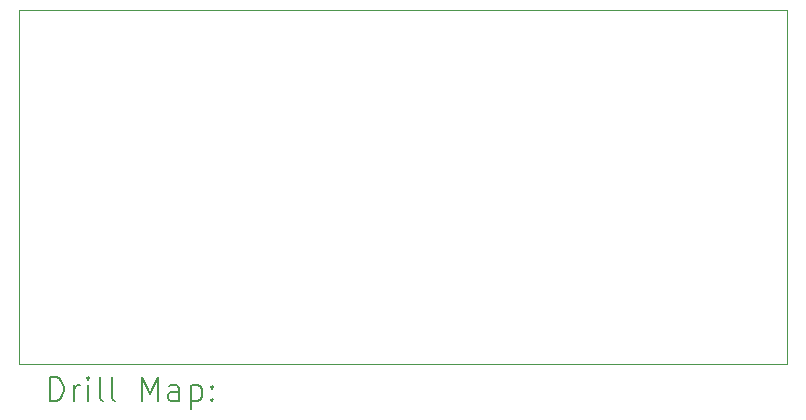
<source format=gbr>
%TF.GenerationSoftware,KiCad,Pcbnew,7.0.5*%
%TF.CreationDate,2023-07-22T13:56:30+02:00*%
%TF.ProjectId,eink-NFC,65696e6b-2d4e-4464-932e-6b696361645f,rev?*%
%TF.SameCoordinates,Original*%
%TF.FileFunction,Drillmap*%
%TF.FilePolarity,Positive*%
%FSLAX45Y45*%
G04 Gerber Fmt 4.5, Leading zero omitted, Abs format (unit mm)*
G04 Created by KiCad (PCBNEW 7.0.5) date 2023-07-22 13:56:30*
%MOMM*%
%LPD*%
G01*
G04 APERTURE LIST*
%ADD10C,0.038100*%
%ADD11C,0.200000*%
G04 APERTURE END LIST*
D10*
X11200000Y-6700000D02*
X17700000Y-6700000D01*
X17700000Y-9700000D01*
X11200000Y-9700000D01*
X11200000Y-6700000D01*
D11*
X11458872Y-10013389D02*
X11458872Y-9813389D01*
X11458872Y-9813389D02*
X11506491Y-9813389D01*
X11506491Y-9813389D02*
X11535062Y-9822913D01*
X11535062Y-9822913D02*
X11554110Y-9841960D01*
X11554110Y-9841960D02*
X11563634Y-9861008D01*
X11563634Y-9861008D02*
X11573157Y-9899103D01*
X11573157Y-9899103D02*
X11573157Y-9927675D01*
X11573157Y-9927675D02*
X11563634Y-9965770D01*
X11563634Y-9965770D02*
X11554110Y-9984817D01*
X11554110Y-9984817D02*
X11535062Y-10003865D01*
X11535062Y-10003865D02*
X11506491Y-10013389D01*
X11506491Y-10013389D02*
X11458872Y-10013389D01*
X11658872Y-10013389D02*
X11658872Y-9880055D01*
X11658872Y-9918151D02*
X11668396Y-9899103D01*
X11668396Y-9899103D02*
X11677919Y-9889579D01*
X11677919Y-9889579D02*
X11696967Y-9880055D01*
X11696967Y-9880055D02*
X11716015Y-9880055D01*
X11782681Y-10013389D02*
X11782681Y-9880055D01*
X11782681Y-9813389D02*
X11773157Y-9822913D01*
X11773157Y-9822913D02*
X11782681Y-9832436D01*
X11782681Y-9832436D02*
X11792205Y-9822913D01*
X11792205Y-9822913D02*
X11782681Y-9813389D01*
X11782681Y-9813389D02*
X11782681Y-9832436D01*
X11906491Y-10013389D02*
X11887443Y-10003865D01*
X11887443Y-10003865D02*
X11877919Y-9984817D01*
X11877919Y-9984817D02*
X11877919Y-9813389D01*
X12011253Y-10013389D02*
X11992205Y-10003865D01*
X11992205Y-10003865D02*
X11982681Y-9984817D01*
X11982681Y-9984817D02*
X11982681Y-9813389D01*
X12239824Y-10013389D02*
X12239824Y-9813389D01*
X12239824Y-9813389D02*
X12306491Y-9956246D01*
X12306491Y-9956246D02*
X12373157Y-9813389D01*
X12373157Y-9813389D02*
X12373157Y-10013389D01*
X12554110Y-10013389D02*
X12554110Y-9908627D01*
X12554110Y-9908627D02*
X12544586Y-9889579D01*
X12544586Y-9889579D02*
X12525538Y-9880055D01*
X12525538Y-9880055D02*
X12487443Y-9880055D01*
X12487443Y-9880055D02*
X12468396Y-9889579D01*
X12554110Y-10003865D02*
X12535062Y-10013389D01*
X12535062Y-10013389D02*
X12487443Y-10013389D01*
X12487443Y-10013389D02*
X12468396Y-10003865D01*
X12468396Y-10003865D02*
X12458872Y-9984817D01*
X12458872Y-9984817D02*
X12458872Y-9965770D01*
X12458872Y-9965770D02*
X12468396Y-9946722D01*
X12468396Y-9946722D02*
X12487443Y-9937198D01*
X12487443Y-9937198D02*
X12535062Y-9937198D01*
X12535062Y-9937198D02*
X12554110Y-9927675D01*
X12649348Y-9880055D02*
X12649348Y-10080055D01*
X12649348Y-9889579D02*
X12668396Y-9880055D01*
X12668396Y-9880055D02*
X12706491Y-9880055D01*
X12706491Y-9880055D02*
X12725538Y-9889579D01*
X12725538Y-9889579D02*
X12735062Y-9899103D01*
X12735062Y-9899103D02*
X12744586Y-9918151D01*
X12744586Y-9918151D02*
X12744586Y-9975294D01*
X12744586Y-9975294D02*
X12735062Y-9994341D01*
X12735062Y-9994341D02*
X12725538Y-10003865D01*
X12725538Y-10003865D02*
X12706491Y-10013389D01*
X12706491Y-10013389D02*
X12668396Y-10013389D01*
X12668396Y-10013389D02*
X12649348Y-10003865D01*
X12830300Y-9994341D02*
X12839824Y-10003865D01*
X12839824Y-10003865D02*
X12830300Y-10013389D01*
X12830300Y-10013389D02*
X12820777Y-10003865D01*
X12820777Y-10003865D02*
X12830300Y-9994341D01*
X12830300Y-9994341D02*
X12830300Y-10013389D01*
X12830300Y-9889579D02*
X12839824Y-9899103D01*
X12839824Y-9899103D02*
X12830300Y-9908627D01*
X12830300Y-9908627D02*
X12820777Y-9899103D01*
X12820777Y-9899103D02*
X12830300Y-9889579D01*
X12830300Y-9889579D02*
X12830300Y-9908627D01*
M02*

</source>
